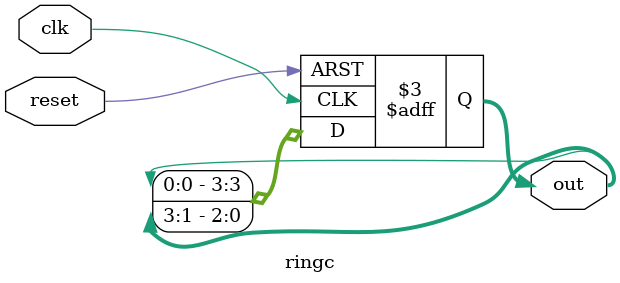
<source format=v>
`timescale 1ns / 1ps

module ringc(
    input reset,
    input clk,
    output[3:0] out
);

reg[3:0] out = 4'b1000;

always @(posedge clk or posedge reset) begin
    if (reset) begin
        out <= 4'b1000;  
    end
    else begin
        out[3] <= out[0];
        out[2] <= out[3];
        out[1] <= out[2];
        out[0] <= out[1];
    end
end

endmodule
</source>
